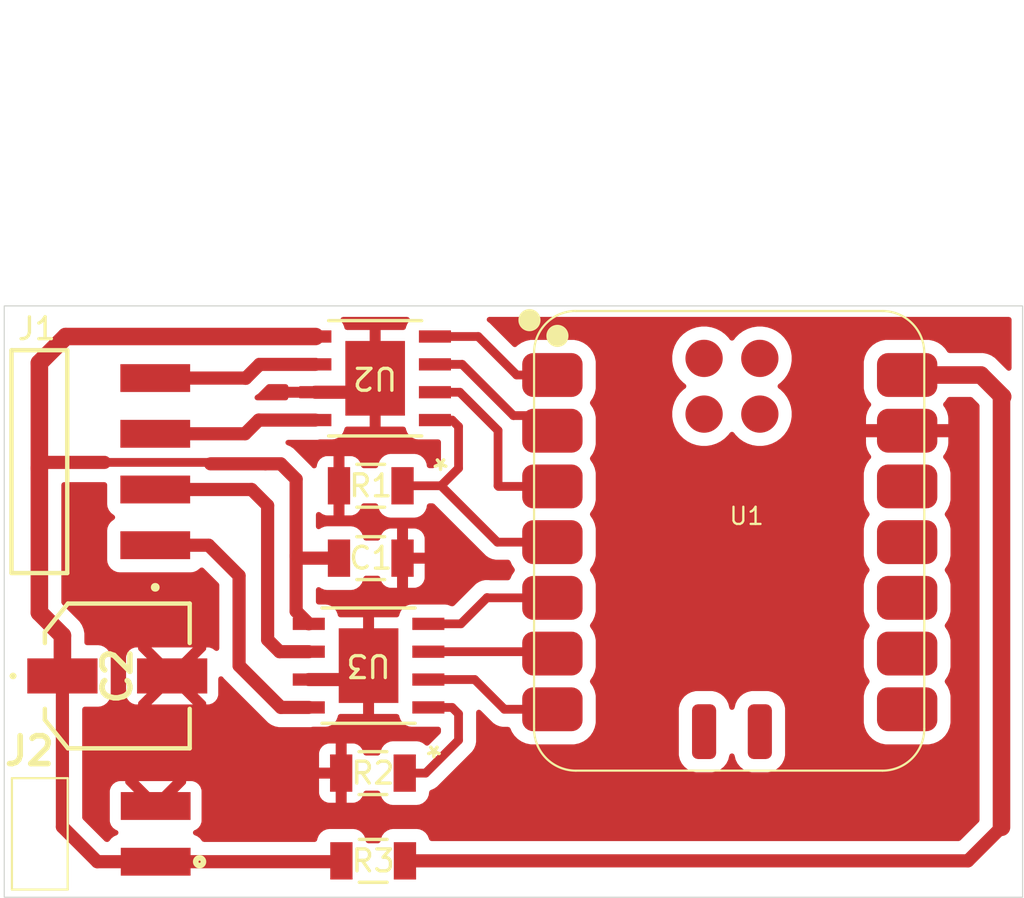
<source format=kicad_pcb>
(kicad_pcb (version 20241229) (generator "pcbnew") (generator_version "9.0")
  (layers (0 "F.Cu" signal) (2 "B.Cu" signal) (13 "F.Paste" user) (15 "B.Paste" user) (5 "F.SilkS" user "F.Silkscreen") (7 "B.SilkS" user "B.Silkscreen") (1 "F.Mask" user) (3 "B.Mask" user) (25 "Edge.Cuts" user))
  (net 0 "")
  (net 6 "5V")
  (net 7 "GND")
  (net 8 "Net-(U3-OUT1)")
  (net 9 "Net-(U2-OUT1)")
  (net 10 "Net-(U2-OUT2)")
  (net 11 "Net-(U3-OUT2)")
  (net 12 "Net-(U1-GPIO5{slash}D3)")
  (net 13 "Net-(U3-IPROPI)")
  (net 14 "Net-(U1-GPIO27{slash}A1{slash}D1)")
  (net 15 "Net-(U1-GPIO6{slash}D4{slash}SDA)")
  (net 16 "Net-(U1-GPIO7{slash}D5{slash}SCL)")
  (net 17 "Net-(U1-GPIO28{slash}A2{slash}D2)")
  (net 18 "Net-(U1-GPIO26{slash}A0{slash}D0)")
  (net 19 "Net-(U1-GPIO0{slash}D6{slash}TX)")
  (net 20 "VM")
  (footprint "Neil:Resistor 1206" (layer "F.Cu") (at 76.2 61.5)
    (property "Reference" "R1" (at 0 0 0) (layer "F.SilkS"))
    (property "Value" "499")
    (fp_line (start -0.63225 0.9779) (end 0.63225 0.9779) (stroke (width 0.1524)) (layer "F.SilkS"))
    (fp_line (start 0.63225 -0.9779) (end -0.63225 -0.9779) (stroke (width 0.1524)) (layer "F.SilkS"))
    (pad "1" smd rect (at -1.4478 0) (size 1.016 1.7018) (layers "F.Cu" "F.Mask" "F.Paste") (net 7 "GND"))
    (pad "2" smd rect (at 1.4478 0) (size 1.016 1.7018) (layers "F.Cu" "F.Mask" "F.Paste") (net 12 "Net-(U1-GPIO5{slash}D3)"))
    (zone (net 0) (net_name "") (layer "F.Cu") (connect_pads (clearance 0)) (min_thickness 0.254)
      (keepout (tracks not_allowed) (vias not_allowed) (pads allowed) (copperpour not_allowed) (footprints allowed))
      (fill (thermal_gap 0.508) (thermal_bridge_width 0.508))
      (polygon (pts (xy 75.311 60.6999) (xy 77.089 60.6999) (xy 77.089 62.3001) (xy 75.311 62.3001)))
    )
  )
  (footprint "Neil:EEEHP1H4R7P" (layer "F.Cu") (at 64.65 70.17 -90)
    (property "Reference" "C2" (at 0 0 90) (layer "F.SilkS") (effects (font (size 1.27 1.27) (thickness 0.254))))
    (property "Value" "100uF" (hide yes))
    (fp_line (start 0 4.8) (end 0 4.8) (stroke (width 0.2)) (layer "F.SilkS"))
    (fp_line (start 0 4.8) (end 0 4.8) (stroke (width 0.2)) (layer "F.SilkS"))
    (fp_line (start 0 4.7) (end 0 4.7) (stroke (width 0.2)) (layer "F.SilkS"))
    (fp_line (start -2 3.3) (end -3.3 2.25) (stroke (width 0.2)) (layer "F.SilkS"))
    (fp_line (start -1.5 3.3) (end -2 3.3) (stroke (width 0.2)) (layer "F.SilkS"))
    (fp_line (start 2 3.3) (end 1.5 3.3) (stroke (width 0.2)) (layer "F.SilkS"))
    (fp_line (start -3.3 2.25) (end -3.3 -3.3) (stroke (width 0.2)) (layer "F.SilkS"))
    (fp_line (start 3.3 2.25) (end 2 3.3) (stroke (width 0.2)) (layer "F.SilkS"))
    (fp_line (start -3.3 -3.3) (end -1.5 -3.3) (stroke (width 0.2)) (layer "F.SilkS"))
    (fp_line (start 1.5 -3.3) (end 3.3 -3.3) (stroke (width 0.2)) (layer "F.SilkS"))
    (fp_line (start 3.3 -3.3) (end 3.3 2.25) (stroke (width 0.2)) (layer "F.SilkS"))
    (fp_arc (start 0 4.8) (mid -0.05 4.75) (end 0 4.7) (stroke (width 0.2)) (layer "F.SilkS"))
    (fp_arc (start 0 4.7) (mid 0.05 4.75) (end 0 4.8) (stroke (width 0.2)) (layer "F.SilkS"))
    (fp_arc (start 0 4.7) (mid 0.05 4.75) (end 0 4.8) (stroke (width 0.2)) (layer "F.SilkS"))
    (pad "1" smd rect (at 0 2.5 270) (size 1.6 3.2) (layers "F.Cu" "F.Mask" "F.Paste") (net 20 "VM"))
    (pad "2" smd rect (at 0 -2.5 270) (size 1.6 3.2) (layers "F.Cu" "F.Mask" "F.Paste") (net 7 "GND"))
  )
  (footprint "Neil:right angle header 4 pins" (layer "F.Cu") (at 61.1 60.4 90)
    (property "Reference" "J1" (at 6.06 -0.12 180) (layer "F.SilkS"))
    (property "Value" "right angle header 4 pins")
    (fp_line (start 5.08 -1.27) (end -5.08 -1.27) (stroke (width 0.2)) (layer "F.SilkS"))
    (fp_line (start 5.08 -1.27) (end 5.08 1.27) (stroke (width 0.2)) (layer "F.SilkS"))
    (fp_line (start 5.08 1.27) (end -5.08 1.27) (stroke (width 0.2)) (layer "F.SilkS"))
    (fp_line (start -5.08 1.27) (end -5.08 -1.27) (stroke (width 0.2)) (layer "F.SilkS"))
    (fp_circle (center -5.73 5.28) (end -5.63 5.28) (stroke (width 0.2)) (fill no) (layer "F.SilkS"))
    (pad "01" smd rect (at -3.81 5.28 90) (size 1.27 3.18) (layers "F.Cu" "F.Mask" "F.Paste") (net 11 "Net-(U3-OUT2)"))
    (pad "02" smd rect (at -1.27 5.28 90) (size 1.27 3.18) (layers "F.Cu" "F.Mask" "F.Paste") (net 8 "Net-(U3-OUT1)"))
    (pad "03" smd rect (at 1.27 5.28 90) (size 1.27 3.18) (layers "F.Cu" "F.Mask" "F.Paste") (net 10 "Net-(U2-OUT2)"))
    (pad "04" smd rect (at 3.81 5.28 90) (size 1.27 3.18) (layers "F.Cu" "F.Mask" "F.Paste") (net 9 "Net-(U2-OUT1)"))
  )
  (footprint "Neil:Resistor 1206" (layer "F.Cu") (at 76.3 74.6)
    (property "Reference" "R2" (at 0 0 0) (layer "F.SilkS"))
    (property "Value" "499")
    (fp_line (start -0.63225 0.9779) (end 0.63225 0.9779) (stroke (width 0.1524)) (layer "F.SilkS"))
    (fp_line (start 0.63225 -0.9779) (end -0.63225 -0.9779) (stroke (width 0.1524)) (layer "F.SilkS"))
    (pad "1" smd rect (at -1.4478 0) (size 1.016 1.7018) (layers "F.Cu" "F.Mask" "F.Paste") (net 7 "GND"))
    (pad "2" smd rect (at 1.4478 0) (size 1.016 1.7018) (layers "F.Cu" "F.Mask" "F.Paste") (net 13 "Net-(U3-IPROPI)"))
    (zone (net 0) (net_name "") (layer "F.Cu") (connect_pads (clearance 0)) (min_thickness 0.254)
      (keepout (tracks not_allowed) (vias not_allowed) (pads allowed) (copperpour not_allowed) (footprints allowed))
      (fill (thermal_gap 0.508) (thermal_bridge_width 0.508))
      (polygon (pts (xy 75.411 73.7999) (xy 77.189 73.7999) (xy 77.189 75.4001) (xy 75.411 75.4001)))
    )
  )
  (footprint "Neil:DRV8251ADDAR" (layer "F.Cu") (at 76.4 56.6 180)
    (property "Reference" "U2" (at 0 0 180) (layer "F.SilkS"))
    (property "Value" "DRV8251ADDAR" (hide yes))
    (fp_line (start 2.1209 -2.6289) (end -2.1209 -2.6289) (stroke (width 0.1524)) (layer "F.SilkS"))
    (fp_line (start -2.1209 2.6289) (end 2.1209 2.6289) (stroke (width 0.1524)) (layer "F.SilkS"))
    (fp_text user "*" (at -2.97815 -3.6068 180) (layer "F.SilkS"))
    (fp_text user "*" (at -2.97815 -3.6068 180) (layer "F.SilkS"))
    (pad "1" smd rect (at -2.72415 -1.905 180) (size 1.4605 0.5588) (layers "F.Cu" "F.Mask" "F.Paste") (net 12 "Net-(U1-GPIO5{slash}D3)"))
    (pad "2" smd rect (at -2.72415 -0.635 180) (size 1.4605 0.5588) (layers "F.Cu" "F.Mask" "F.Paste") (net 17 "Net-(U1-GPIO28{slash}A2{slash}D2)"))
    (pad "3" smd rect (at -2.72415 0.635 180) (size 1.4605 0.5588) (layers "F.Cu" "F.Mask" "F.Paste") (net 14 "Net-(U1-GPIO27{slash}A1{slash}D1)"))
    (pad "4" smd rect (at -2.72415 1.905 180) (size 1.4605 0.5588) (layers "F.Cu" "F.Mask" "F.Paste") (net 18 "Net-(U1-GPIO26{slash}A0{slash}D0)"))
    (pad "5" smd rect (at 2.72415 1.905 180) (size 1.4605 0.5588) (layers "F.Cu" "F.Mask" "F.Paste") (net 20 "VM"))
    (pad "6" smd rect (at 2.72415 0.635 180) (size 1.4605 0.5588) (layers "F.Cu" "F.Mask" "F.Paste") (net 9 "Net-(U2-OUT1)"))
    (pad "7" smd rect (at 2.72415 -0.635 180) (size 1.4605 0.5588) (layers "F.Cu" "F.Mask" "F.Paste") (net 7 "GND"))
    (pad "8" smd rect (at 2.72415 -1.905 180) (size 1.4605 0.5588) (layers "F.Cu" "F.Mask" "F.Paste") (net 10 "Net-(U2-OUT2)"))
    (pad "9" smd rect (at 0 0 180) (size 2.7178 3.4036) (layers "F.Cu" "F.Mask") (net 7 "GND"))
  )
  (footprint "Neil:Resistor 1206" (layer "F.Cu") (at 76.31 78.6 180)
    (property "Reference" "R3" (at 0 0 0) (layer "F.SilkS"))
    (property "Value" "0")
    (fp_line (start 0.63225 -0.9779) (end -0.63225 -0.9779) (stroke (width 0.1524)) (layer "F.SilkS"))
    (fp_line (start -0.63225 0.9779) (end 0.63225 0.9779) (stroke (width 0.1524)) (layer "F.SilkS"))
    (pad "1" smd rect (at -1.4478 0 180) (size 1.016 1.7018) (layers "F.Cu" "F.Mask" "F.Paste") (net 6 "5V"))
    (pad "2" smd rect (at 1.4478 0 180) (size 1.016 1.7018) (layers "F.Cu" "F.Mask" "F.Paste") (net 20 "VM"))
    (zone (net 0) (net_name "") (layer "F.Cu") (connect_pads (clearance 0)) (min_thickness 0.254)
      (keepout (tracks not_allowed) (vias not_allowed) (pads allowed) (copperpour not_allowed) (footprints allowed))
      (fill (thermal_gap 0.508) (thermal_bridge_width 0.508))
      (polygon (pts (xy 77.199 79.4001) (xy 75.421 79.4001) (xy 75.421 77.7999) (xy 77.199 77.7999)))
    )
  )
  (footprint "Neil:DRV8251ADDAR" (layer "F.Cu") (at 76.1 69.7 180)
    (property "Reference" "U3" (at 0 0 180) (layer "F.SilkS"))
    (property "Value" "DRV8251ADDAR" (hide yes))
    (fp_line (start 2.1209 -2.6289) (end -2.1209 -2.6289) (stroke (width 0.1524)) (layer "F.SilkS"))
    (fp_line (start -2.1209 2.6289) (end 2.1209 2.6289) (stroke (width 0.1524)) (layer "F.SilkS"))
    (fp_text user "*" (at -2.97815 -3.6068 180) (layer "F.SilkS"))
    (fp_text user "*" (at -2.97815 -3.6068 180) (layer "F.SilkS"))
    (pad "1" smd rect (at -2.72415 -1.905 180) (size 1.4605 0.5588) (layers "F.Cu" "F.Mask" "F.Paste") (net 13 "Net-(U3-IPROPI)"))
    (pad "2" smd rect (at -2.72415 -0.635 180) (size 1.4605 0.5588) (layers "F.Cu" "F.Mask" "F.Paste") (net 19 "Net-(U1-GPIO0{slash}D6{slash}TX)"))
    (pad "3" smd rect (at -2.72415 0.635 180) (size 1.4605 0.5588) (layers "F.Cu" "F.Mask" "F.Paste") (net 16 "Net-(U1-GPIO7{slash}D5{slash}SCL)"))
    (pad "4" smd rect (at -2.72415 1.905 180) (size 1.4605 0.5588) (layers "F.Cu" "F.Mask" "F.Paste") (net 15 "Net-(U1-GPIO6{slash}D4{slash}SDA)"))
    (pad "5" smd rect (at 2.72415 1.905 180) (size 1.4605 0.5588) (layers "F.Cu" "F.Mask" "F.Paste") (net 20 "VM"))
    (pad "6" smd rect (at 2.72415 0.635 180) (size 1.4605 0.5588) (layers "F.Cu" "F.Mask" "F.Paste") (net 8 "Net-(U3-OUT1)"))
    (pad "7" smd rect (at 2.72415 -0.635 180) (size 1.4605 0.5588) (layers "F.Cu" "F.Mask" "F.Paste") (net 7 "GND"))
    (pad "8" smd rect (at 2.72415 -1.905 180) (size 1.4605 0.5588) (layers "F.Cu" "F.Mask" "F.Paste") (net 11 "Net-(U3-OUT2)"))
    (pad "9" smd rect (at 0 0 180) (size 2.7178 3.4036) (layers "F.Cu" "F.Mask") (net 7 "GND"))
  )
  (footprint "Neil:right angle header 2 pins" (layer "F.Cu") (at 66.4 77.37 90)
    (property "Reference" "J2" (at 3.78 -5.7515 180) (layer "F.SilkS") (effects (font (size 1.27 1.27) (thickness 0.254))))
    (property "Value" "right angle 2" (hide yes))
    (fp_line (start 2.54 -6.55) (end 2.54 -4.01) (stroke (width 0.1)) (layer "F.SilkS"))
    (fp_line (start -2.54 -6.55) (end 2.54 -6.55) (stroke (width 0.1)) (layer "F.SilkS"))
    (fp_line (start 2.54 -4.01) (end -2.54 -4.01) (stroke (width 0.1)) (layer "F.SilkS"))
    (fp_line (start -2.54 -4.01) (end -2.54 -6.55) (stroke (width 0.1)) (layer "F.SilkS"))
    (fp_circle (center -1.27 2) (end -1.32 2) (stroke (width 0.254)) (fill no) (layer "F.SilkS"))
    (pad "1" smd rect (at -1.27 0 90) (size 1.27 3.18) (layers "F.Cu" "F.Mask" "F.Paste") (net 20 "VM"))
    (pad "2" smd rect (at 1.27 0 90) (size 1.27 3.18) (layers "F.Cu" "F.Mask" "F.Paste") (net 7 "GND"))
  )
  (footprint "Neil:Resistor 1206" (layer "F.Cu") (at 76.2 64.8 180)
    (property "Reference" "C1" (at 0 0 0) (layer "F.SilkS"))
    (property "Value" "1uF")
    (fp_line (start 0.63225 -0.9779) (end -0.63225 -0.9779) (stroke (width 0.1524)) (layer "F.SilkS"))
    (fp_line (start -0.63225 0.9779) (end 0.63225 0.9779) (stroke (width 0.1524)) (layer "F.SilkS"))
    (pad "1" smd rect (at -1.4478 0 180) (size 1.016 1.7018) (layers "F.Cu" "F.Mask" "F.Paste") (net 7 "GND"))
    (pad "2" smd rect (at 1.4478 0 180) (size 1.016 1.7018) (layers "F.Cu" "F.Mask" "F.Paste") (net 20 "VM"))
    (zone (net 0) (net_name "") (layer "F.Cu") (connect_pads (clearance 0)) (min_thickness 0.254)
      (keepout (tracks not_allowed) (vias not_allowed) (pads allowed) (copperpour not_allowed) (footprints allowed))
      (fill (thermal_gap 0.508) (thermal_bridge_width 0.508))
      (polygon (pts (xy 77.089 65.6001) (xy 75.311 65.6001) (xy 75.311 63.9999) (xy 77.089 63.9999)))
    )
  )
  (footprint "Neil:XIAO-RP2040-SMD" (layer "F.Cu") (at 92.476506 64.07)
    (property "Reference" "U1" (at -0.0045 -0.73025 0) (layer "F.SilkS") (effects (font (size 0.78232 0.78232) (thickness 0.10668)) (justify left bottom)))
    (property "Value" "XIAO RP2040")
    (fp_line (start -8.835 8.513) (end -8.835 -8.632) (stroke (width 0.1)) (layer "F.SilkS"))
    (fp_line (start -6.93 10.418) (end 7.04 10.418) (stroke (width 0.1)) (layer "F.SilkS"))
    (fp_line (start 7.04 -10.537) (end -6.93 -10.537) (stroke (width 0.1)) (layer "F.SilkS"))
    (fp_line (start 8.945 8.513) (end 8.945 -8.632) (stroke (width 0.1)) (layer "F.SilkS"))
    (fp_arc (start -8.835 -8.636) (mid -8.277038 -9.983038) (end -6.93 -10.541) (stroke (width 0.1)) (layer "F.SilkS"))
    (fp_arc (start -6.93 10.418) (mid -8.277038 9.860038) (end -8.835 8.513) (stroke (width 0.1)) (layer "F.SilkS"))
    (fp_arc (start 7.04 -10.537) (mid 8.387038 -9.979038) (end 8.945 -8.632) (stroke (width 0.1)) (layer "F.SilkS"))
    (fp_arc (start 8.945 8.513) (mid 8.387038 9.860038) (end 7.04 10.418) (stroke (width 0.1)) (layer "F.SilkS"))
    (fp_circle (center -9.045 -10.121) (end -9.045 -10.375) (stroke (width 0.5)) (fill yes) (layer "F.SilkS"))
    (fp_circle (center -7.771 -9.404) (end -7.771 -9.658) (stroke (width 0.5)) (fill yes) (layer "F.SilkS"))
    (pad "1" smd roundrect (at -8 -7.62) (size 2.75 2) (layers "F.Cu" "F.Mask" "F.Paste") (net 18 "Net-(U1-GPIO26{slash}A0{slash}D0)"))
    (pad "2" smd roundrect (at -8 -5.08) (size 2.75 2) (layers "F.Cu" "F.Mask" "F.Paste") (net 14 "Net-(U1-GPIO27{slash}A1{slash}D1)"))
    (pad "3" smd roundrect (at -8 -2.54) (size 2.75 2) (layers "F.Cu" "F.Mask" "F.Paste") (net 17 "Net-(U1-GPIO28{slash}A2{slash}D2)"))
    (pad "4" smd roundrect (at -8 0) (size 2.75 2) (layers "F.Cu" "F.Mask" "F.Paste") (net 12 "Net-(U1-GPIO5{slash}D3)"))
    (pad "5" smd roundrect (at -8 2.54) (size 2.75 2) (layers "F.Cu" "F.Mask" "F.Paste") (net 15 "Net-(U1-GPIO6{slash}D4{slash}SDA)"))
    (pad "6" smd roundrect (at -8 5.08) (size 2.75 2) (layers "F.Cu" "F.Mask" "F.Paste") (net 16 "Net-(U1-GPIO7{slash}D5{slash}SCL)"))
    (pad "7" smd roundrect (at -8 7.62) (size 2.75 2) (layers "F.Cu" "F.Mask" "F.Paste") (net 19 "Net-(U1-GPIO0{slash}D6{slash}TX)"))
    (pad "8" smd roundrect (at 8.165 7.62) (size 2.75 2) (layers "F.Cu" "F.Mask" "F.Paste"))
    (pad "9" smd roundrect (at 8.165 5.08) (size 2.75 2) (layers "F.Cu" "F.Mask" "F.Paste"))
    (pad "10" smd roundrect (at 8.165 2.54) (size 2.75 2) (layers "F.Cu" "F.Mask" "F.Paste"))
    (pad "11" smd roundrect (at 8.165 0) (size 2.75 2) (layers "F.Cu" "F.Mask" "F.Paste"))
    (pad "12" smd roundrect (at 8.165 -2.54) (size 2.75 2) (layers "F.Cu" "F.Mask" "F.Paste"))
    (pad "13" smd roundrect (at 8.165 -5.08) (size 2.75 2) (layers "F.Cu" "F.Mask" "F.Paste") (net 7 "GND"))
    (pad "14" smd roundrect (at 8.165 -7.62) (size 2.75 2) (layers "F.Cu" "F.Mask" "F.Paste") (net 6 "5V"))
    (pad "15" smd roundrect (at -1.088 8.64 270) (size 2.5 1.1) (layers "F.Cu" "F.Mask" "F.Paste"))
    (pad "16" smd roundrect (at 1.452 8.64 270) (size 2.5 1.1) (layers "F.Cu" "F.Mask" "F.Paste"))
    (pad "17" smd circle (at -1.088 -8.378) (size 1.7 1.7) (layers "F.Cu" "F.Mask" "F.Paste"))
    (pad "18" smd circle (at 1.452 -8.378) (size 1.7 1.7) (layers "F.Cu" "F.Mask" "F.Paste"))
    (pad "19" smd circle (at -1.088 -5.838) (size 1.7 1.7) (layers "F.Cu" "F.Mask" "F.Paste"))
    (pad "20" smd circle (at 1.452 -5.838) (size 1.7 1.7) (layers "F.Cu" "F.Mask" "F.Paste"))
  )
  (gr_rect (start 59.5 53.3) (end 105.9 80.26) (stroke (width 0.05)) (fill no) (layer "Edge.Cuts"))
  (segment (start 77.7578 78.6) (end 103.41 78.6) (width 0.6) (layer "F.Cu") (net 6))
  (segment (start 103.41 78.6) (end 104.94 77.07) (width 0.6) (layer "F.Cu") (net 6))
  (segment (start 104.94 77.07) (end 104.94 57.49) (width 0.8) (layer "F.Cu") (net 6))
  (segment (start 104 56.45) (end 100.641506 56.45) (width 0.8) (layer "F.Cu") (net 6))
  (segment (start 104.94 57.49) (end 104.99 57.44) (width 0.8) (layer "F.Cu") (net 6))
  (segment (start 104.99 57.44) (end 104 56.45) (width 0.8) (layer "F.Cu") (net 6))
  (segment (start 100.641506 58.99) (end 102.99 58.99) (width 0.6) (layer "F.Cu") (net 7))
  (segment (start 97.51 58.99) (end 97.5 59) (width 0.6) (layer "F.Cu") (net 7))
  (segment (start 73.37585 70.335) (end 75.465 70.335) (width 0.6) (layer "F.Cu") (net 7))
  (segment (start 73.67585 57.235) (end 75.765 57.235) (width 0.6) (layer "F.Cu") (net 7))
  (segment (start 100.641506 58.99) (end 97.51 58.99) (width 0.6) (layer "F.Cu") (net 7))
  (segment (start 75.765 57.235) (end 76.4 56.6) (width 0.6) (layer "F.Cu") (net 7))
  (segment (start 102.99 58.99) (end 103 59) (width 0.6) (layer "F.Cu") (net 7))
  (segment (start 75.465 70.335) (end 76.1 69.7) (width 0.6) (layer "F.Cu") (net 7))
  (segment (start 73.37585 69.065) (end 72.0456 69.065) (width 0.6) (layer "F.Cu") (net 8))
  (segment (start 71.5 68.5194) (end 71.5 62.4) (width 0.6) (layer "F.Cu") (net 8))
  (segment (start 70.77 61.67) (end 66.38 61.67) (width 0.6) (layer "F.Cu") (net 8))
  (segment (start 72.0456 69.065) (end 71.5 68.5194) (width 0.6) (layer "F.Cu") (net 8))
  (segment (start 71.5 62.4) (end 70.77 61.67) (width 0.6) (layer "F.Cu") (net 8))
  (segment (start 71.135 55.965) (end 70.5 56.6) (width 0.6) (layer "F.Cu") (net 9))
  (segment (start 70.49 56.59) (end 66.38 56.59) (width 0.6) (layer "F.Cu") (net 9))
  (segment (start 73.67585 55.965) (end 71.135 55.965) (width 0.6) (layer "F.Cu") (net 9))
  (segment (start 70.5 56.6) (end 70.49 56.59) (width 0.6) (layer "F.Cu") (net 9))
  (segment (start 71.095 58.505) (end 73.67585 58.505) (width 0.6) (layer "F.Cu") (net 10))
  (segment (start 66.38 59.13) (end 70.47 59.13) (width 0.6) (layer "F.Cu") (net 10))
  (segment (start 70.47 59.13) (end 71.095 58.505) (width 0.6) (layer "F.Cu") (net 10))
  (segment (start 72.105 71.605) (end 70.2 69.7) (width 0.6) (layer "F.Cu") (net 11))
  (segment (start 70.2 69.7) (end 70.2 65.6) (width 0.6) (layer "F.Cu") (net 11))
  (segment (start 70.2 65.6) (end 68.81 64.21) (width 0.6) (layer "F.Cu") (net 11))
  (segment (start 73.37585 71.605) (end 72.105 71.605) (width 0.6) (layer "F.Cu") (net 11))
  (segment (start 68.81 64.21) (end 66.38 64.21) (width 0.6) (layer "F.Cu") (net 11))
  (segment (start 79.905 58.505) (end 79.12415 58.505) (width 0.4) (layer "F.Cu") (net 12))
  (segment (start 79.4 61.5) (end 80.2 60.7) (width 0.4) (layer "F.Cu") (net 12))
  (segment (start 84.476506 64.07) (end 81.97 64.07) (width 0.4) (layer "F.Cu") (net 12))
  (segment (start 77.6478 61.5) (end 79.4 61.5) (width 0.4) (layer "F.Cu") (net 12))
  (segment (start 80.2 58.8) (end 79.905 58.505) (width 0.4) (layer "F.Cu") (net 12))
  (segment (start 80.2 60.7) (end 80.2 58.8) (width 0.4) (layer "F.Cu") (net 12))
  (segment (start 81.97 64.07) (end 79.4 61.5) (width 0.4) (layer "F.Cu") (net 12))
  (segment (start 79.905 71.605) (end 80.2 71.9) (width 0.4) (layer "F.Cu") (net 13))
  (segment (start 77.7478 74.6) (end 78.7 74.6) (width 0.4) (layer "F.Cu") (net 13))
  (segment (start 78.7 74.6) (end 80.2 73.1) (width 0.4) (layer "F.Cu") (net 13))
  (segment (start 78.82415 71.605) (end 79.905 71.605) (width 0.4) (layer "F.Cu") (net 13))
  (segment (start 80.2 71.9) (end 80.2 73.1) (width 0.4) (layer "F.Cu") (net 13))
  (segment (start 84.476506 58.99) (end 84.39 58.99) (width 0.4) (layer "F.Cu") (net 14))
  (segment (start 82.7 58.3) (end 83.786506 58.3) (width 0.4) (layer "F.Cu") (net 14))
  (segment (start 84.39 58.99) (end 83.8 58.4) (width 0.4) (layer "F.Cu") (net 14))
  (segment (start 83.786506 58.3) (end 84.476506 58.99) (width 0.4) (layer "F.Cu") (net 14))
  (segment (start 80.365 55.965) (end 82.7 58.3) (width 0.4) (layer "F.Cu") (net 14))
  (segment (start 79.12415 55.965) (end 80.365 55.965) (width 0.4) (layer "F.Cu") (net 14))
  (segment (start 78.82415 67.795) (end 80.305 67.795) (width 0.4) (layer "F.Cu") (net 15))
  (segment (start 84.476506 66.61) (end 81.51 66.61) (width 0.4) (layer "F.Cu") (net 15))
  (segment (start 80.305 67.795) (end 81.5 66.6) (width 0.4) (layer "F.Cu") (net 15))
  (segment (start 81.51 66.61) (end 81.5 66.6) (width 0.4) (layer "F.Cu") (net 15))
  (segment (start 84.391506 69.065) (end 84.476506 69.15) (width 0.4) (layer "F.Cu") (net 16))
  (segment (start 78.82415 69.065) (end 84.391506 69.065) (width 0.4) (layer "F.Cu") (net 16))
  (segment (start 82.03 61.53) (end 84.476506 61.53) (width 0.4) (layer "F.Cu") (net 17))
  (segment (start 82 58.9806) (end 82 61.5) (width 0.4) (layer "F.Cu") (net 17))
  (segment (start 80.2544 57.235) (end 82 58.9806) (width 0.4) (layer "F.Cu") (net 17))
  (segment (start 79.12415 57.235) (end 80.2544 57.235) (width 0.4) (layer "F.Cu") (net 17))
  (segment (start 82 61.5) (end 82.03 61.53) (width 0.4) (layer "F.Cu") (net 17))
  (segment (start 84.476506 56.45) (end 82.85 56.45) (width 0.4) (layer "F.Cu") (net 18))
  (segment (start 81.095 54.695) (end 79.12415 54.695) (width 0.4) (layer "F.Cu") (net 18))
  (segment (start 82.85 56.45) (end 81.095 54.695) (width 0.4) (layer "F.Cu") (net 18))
  (segment (start 82.29 71.69) (end 84.476506 71.69) (width 0.4) (layer "F.Cu") (net 19))
  (segment (start 78.82415 70.335) (end 80.935 70.335) (width 0.4) (layer "F.Cu") (net 19))
  (segment (start 80.935 70.335) (end 82.29 71.69) (width 0.4) (layer "F.Cu") (net 19))
  (segment (start 68.834 60.434) (end 68.9 60.5) (width 0.4) (layer "F.Cu") (net 20))
  (segment (start 66.4 78.64) (end 63.74 78.64) (width 0.6) (layer "F.Cu") (net 20))
  (segment (start 62.15 70.17) (end 62.11 70.17) (width 0.4) (layer "F.Cu") (net 20))
  (segment (start 72.8 61.2) (end 72.8 64.7) (width 0.6) (layer "F.Cu") (net 20))
  (segment (start 61.1 60.7) (end 61.1 67.28) (width 0.8) (layer "F.Cu") (net 20))
  (segment (start 64.066 60.434) (end 64.1 60.4) (width 0.4) (layer "F.Cu") (net 20))
  (segment (start 61.366 60.434) (end 61.1 60.7) (width 0.4) (layer "F.Cu") (net 20))
  (segment (start 62.15 68.33) (end 62.15 70.17) (width 0.8) (layer "F.Cu") (net 20))
  (segment (start 72.8 64.7) (end 72.8 67.21915) (width 0.6) (layer "F.Cu") (net 20))
  (segment (start 66.4 78.64) (end 74.8222 78.64) (width 0.6) (layer "F.Cu") (net 20))
  (segment (start 71.4 60.5) (end 72.1 60.5) (width 0.6) (layer "F.Cu") (net 20))
  (segment (start 61.95 70.17) (end 62.15 70.17) (width 0.4) (layer "F.Cu") (net 20))
  (segment (start 71.4 60.5) (end 71.334 60.434) (width 0.4) (layer "F.Cu") (net 20))
  (segment (start 72.9 64.8) (end 72.8 64.7) (width 0.6) (layer "F.Cu") (net 20))
  (segment (start 62.305 54.695) (end 61.1 55.9) (width 0.8) (layer "F.Cu") (net 20))
  (segment (start 61.1 55.9) (end 61.1 60.7) (width 0.8) (layer "F.Cu") (net 20))
  (segment (start 61.366 60.434) (end 64.066 60.434) (width 0.6) (layer "F.Cu") (net 20))
  (segment (start 71.4 60.5) (end 68.9 60.5) (width 0.6) (layer "F.Cu") (net 20))
  (segment (start 71.4 60.5) (end 71.3 60.5) (width 0.4) (layer "F.Cu") (net 20))
  (segment (start 64.066 60.434) (end 68.834 60.434) (width 0.4) (layer "F.Cu") (net 20))
  (segment (start 62.15 77.05) (end 62.15 70.17) (width 0.6) (layer "F.Cu") (net 20))
  (segment (start 72.8 67.21915) (end 73.37585 67.795) (width 0.6) (layer "F.Cu") (net 20))
  (segment (start 74.7522 64.8) (end 72.9 64.8) (width 0.6) (layer "F.Cu") (net 20))
  (segment (start 72.1 60.5) (end 72.8 61.2) (width 0.6) (layer "F.Cu") (net 20))
  (segment (start 63.74 78.64) (end 62.15 77.05) (width 0.6) (layer "F.Cu") (net 20))
  (segment (start 73.67585 54.695) (end 62.305 54.695) (width 0.8) (layer "F.Cu") (net 20))
  (segment (start 61.1 67.28) (end 62.15 68.33) (width 0.8) (layer "F.Cu") (net 20))
  (segment (start 74.8222 78.64) (end 74.8622 78.6) (width 0.6) (layer "F.Cu") (net 20))
  (zone (net 7) (net_name "GND") (layer "F.Cu") (name "GND") (connect_pads (clearance 0.6)) (min_thickness 0.25) (fill yes (thermal_gap 0.5) (thermal_bridge_width 0.5))
    (polygon (pts (xy 59.5 53.302173) (xy 59.5 80.3) (xy 105.987423 80.3) (xy 105.8182 53.39371)))
  )
)
</source>
